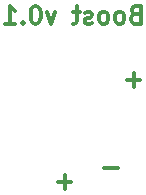
<source format=gbr>
G04 #@! TF.FileFunction,Legend,Bot*
%FSLAX46Y46*%
G04 Gerber Fmt 4.6, Leading zero omitted, Abs format (unit mm)*
G04 Created by KiCad (PCBNEW (after 2015-may-25 BZR unknown)-product) date 6/17/2015 12:04:09 AM*
%MOMM*%
G01*
G04 APERTURE LIST*
%ADD10C,0.100000*%
%ADD11C,0.300000*%
G04 APERTURE END LIST*
D10*
D11*
X44330285Y-25546857D02*
X44115999Y-25618286D01*
X44044571Y-25689714D01*
X43973142Y-25832571D01*
X43973142Y-26046857D01*
X44044571Y-26189714D01*
X44115999Y-26261143D01*
X44258857Y-26332571D01*
X44830285Y-26332571D01*
X44830285Y-24832571D01*
X44330285Y-24832571D01*
X44187428Y-24904000D01*
X44115999Y-24975429D01*
X44044571Y-25118286D01*
X44044571Y-25261143D01*
X44115999Y-25404000D01*
X44187428Y-25475429D01*
X44330285Y-25546857D01*
X44830285Y-25546857D01*
X43115999Y-26332571D02*
X43258857Y-26261143D01*
X43330285Y-26189714D01*
X43401714Y-26046857D01*
X43401714Y-25618286D01*
X43330285Y-25475429D01*
X43258857Y-25404000D01*
X43115999Y-25332571D01*
X42901714Y-25332571D01*
X42758857Y-25404000D01*
X42687428Y-25475429D01*
X42615999Y-25618286D01*
X42615999Y-26046857D01*
X42687428Y-26189714D01*
X42758857Y-26261143D01*
X42901714Y-26332571D01*
X43115999Y-26332571D01*
X41758856Y-26332571D02*
X41901714Y-26261143D01*
X41973142Y-26189714D01*
X42044571Y-26046857D01*
X42044571Y-25618286D01*
X41973142Y-25475429D01*
X41901714Y-25404000D01*
X41758856Y-25332571D01*
X41544571Y-25332571D01*
X41401714Y-25404000D01*
X41330285Y-25475429D01*
X41258856Y-25618286D01*
X41258856Y-26046857D01*
X41330285Y-26189714D01*
X41401714Y-26261143D01*
X41544571Y-26332571D01*
X41758856Y-26332571D01*
X40687428Y-26261143D02*
X40544571Y-26332571D01*
X40258856Y-26332571D01*
X40115999Y-26261143D01*
X40044571Y-26118286D01*
X40044571Y-26046857D01*
X40115999Y-25904000D01*
X40258856Y-25832571D01*
X40473142Y-25832571D01*
X40615999Y-25761143D01*
X40687428Y-25618286D01*
X40687428Y-25546857D01*
X40615999Y-25404000D01*
X40473142Y-25332571D01*
X40258856Y-25332571D01*
X40115999Y-25404000D01*
X39615999Y-25332571D02*
X39044570Y-25332571D01*
X39401713Y-24832571D02*
X39401713Y-26118286D01*
X39330285Y-26261143D01*
X39187427Y-26332571D01*
X39044570Y-26332571D01*
X37544570Y-25332571D02*
X37187427Y-26332571D01*
X36830285Y-25332571D01*
X35973142Y-24832571D02*
X35830285Y-24832571D01*
X35687428Y-24904000D01*
X35615999Y-24975429D01*
X35544570Y-25118286D01*
X35473142Y-25404000D01*
X35473142Y-25761143D01*
X35544570Y-26046857D01*
X35615999Y-26189714D01*
X35687428Y-26261143D01*
X35830285Y-26332571D01*
X35973142Y-26332571D01*
X36115999Y-26261143D01*
X36187428Y-26189714D01*
X36258856Y-26046857D01*
X36330285Y-25761143D01*
X36330285Y-25404000D01*
X36258856Y-25118286D01*
X36187428Y-24975429D01*
X36115999Y-24904000D01*
X35973142Y-24832571D01*
X34830285Y-26189714D02*
X34758857Y-26261143D01*
X34830285Y-26332571D01*
X34901714Y-26261143D01*
X34830285Y-26189714D01*
X34830285Y-26332571D01*
X33330285Y-26332571D02*
X34187428Y-26332571D01*
X33758856Y-26332571D02*
X33758856Y-24832571D01*
X33901713Y-25046857D01*
X34044571Y-25189714D01*
X34187428Y-25261143D01*
X44767428Y-31095143D02*
X43624571Y-31095143D01*
X44196000Y-31666571D02*
X44196000Y-30523714D01*
X42862428Y-38588143D02*
X41719571Y-38588143D01*
X38925428Y-39731143D02*
X37782571Y-39731143D01*
X38354000Y-40302571D02*
X38354000Y-39159714D01*
M02*

</source>
